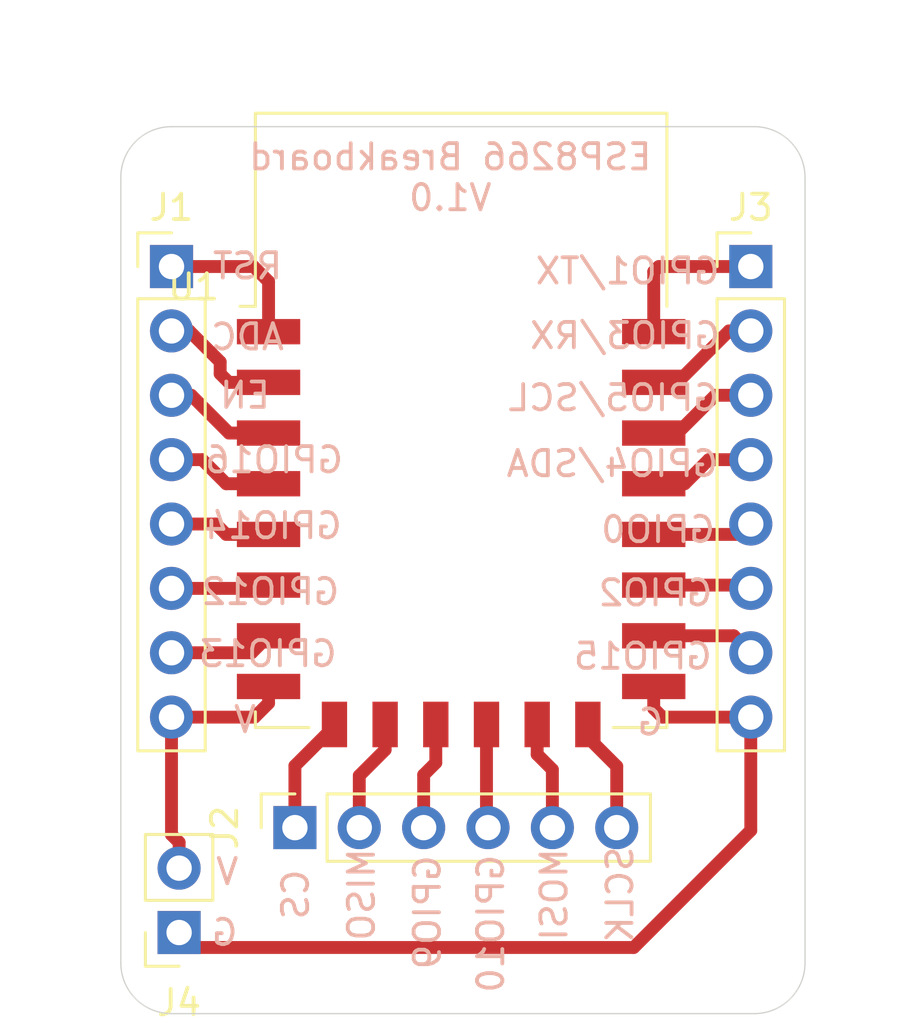
<source format=kicad_pcb>
(kicad_pcb (version 20171130) (host pcbnew "(5.1.6-0)")

  (general
    (thickness 1.6)
    (drawings 35)
    (tracks 69)
    (zones 0)
    (modules 5)
    (nets 23)
  )

  (page A4)
  (layers
    (0 F.Cu signal)
    (31 B.Cu signal)
    (32 B.Adhes user)
    (33 F.Adhes user)
    (34 B.Paste user)
    (35 F.Paste user)
    (36 B.SilkS user)
    (37 F.SilkS user)
    (38 B.Mask user)
    (39 F.Mask user)
    (40 Dwgs.User user)
    (41 Cmts.User user)
    (42 Eco1.User user)
    (43 Eco2.User user)
    (44 Edge.Cuts user)
    (45 Margin user)
    (46 B.CrtYd user)
    (47 F.CrtYd user)
    (48 B.Fab user)
    (49 F.Fab user)
  )

  (setup
    (last_trace_width 0.25)
    (user_trace_width 0.508)
    (trace_clearance 0.2)
    (zone_clearance 0.508)
    (zone_45_only no)
    (trace_min 0.2)
    (via_size 0.8)
    (via_drill 0.4)
    (via_min_size 0.4)
    (via_min_drill 0.3)
    (uvia_size 0.3)
    (uvia_drill 0.1)
    (uvias_allowed no)
    (uvia_min_size 0.2)
    (uvia_min_drill 0.1)
    (edge_width 0.05)
    (segment_width 0.2)
    (pcb_text_width 0.3)
    (pcb_text_size 1.5 1.5)
    (mod_edge_width 0.12)
    (mod_text_size 1 1)
    (mod_text_width 0.15)
    (pad_size 1.524 1.524)
    (pad_drill 0.762)
    (pad_to_mask_clearance 0.05)
    (aux_axis_origin 0 0)
    (visible_elements FFFFFF7F)
    (pcbplotparams
      (layerselection 0x010fc_ffffffff)
      (usegerberextensions false)
      (usegerberattributes true)
      (usegerberadvancedattributes true)
      (creategerberjobfile true)
      (excludeedgelayer true)
      (linewidth 0.100000)
      (plotframeref false)
      (viasonmask false)
      (mode 1)
      (useauxorigin false)
      (hpglpennumber 1)
      (hpglpenspeed 20)
      (hpglpendiameter 15.000000)
      (psnegative false)
      (psa4output false)
      (plotreference true)
      (plotvalue true)
      (plotinvisibletext false)
      (padsonsilk false)
      (subtractmaskfromsilk false)
      (outputformat 1)
      (mirror false)
      (drillshape 0)
      (scaleselection 1)
      (outputdirectory "gerber/"))
  )

  (net 0 "")
  (net 1 VCC)
  (net 2 GND)
  (net 3 RX)
  (net 4 TX)
  (net 5 IO5)
  (net 6 IO4)
  (net 7 IO0)
  (net 8 IO2)
  (net 9 IO15)
  (net 10 IO10)
  (net 11 IO9)
  (net 12 IO13)
  (net 13 IO12)
  (net 14 IO14)
  (net 15 IO16)
  (net 16 EN)
  (net 17 ADC)
  (net 18 RST)
  (net 19 SCLK)
  (net 20 MOSI)
  (net 21 MISO)
  (net 22 CS)

  (net_class Default "This is the default net class."
    (clearance 0.2)
    (trace_width 0.25)
    (via_dia 0.8)
    (via_drill 0.4)
    (uvia_dia 0.3)
    (uvia_drill 0.1)
    (add_net ADC)
    (add_net CS)
    (add_net EN)
    (add_net GND)
    (add_net IO0)
    (add_net IO10)
    (add_net IO12)
    (add_net IO13)
    (add_net IO14)
    (add_net IO15)
    (add_net IO16)
    (add_net IO2)
    (add_net IO4)
    (add_net IO5)
    (add_net IO9)
    (add_net MISO)
    (add_net MOSI)
    (add_net RST)
    (add_net RX)
    (add_net SCLK)
    (add_net TX)
    (add_net VCC)
  )

  (module Connector_PinSocket_2.54mm:PinSocket_1x02_P2.54mm_Vertical (layer F.Cu) (tedit 5A19A420) (tstamp 5FAA0BE5)
    (at 0.3 62.8 180)
    (descr "Through hole straight socket strip, 1x02, 2.54mm pitch, single row (from Kicad 4.0.7), script generated")
    (tags "Through hole socket strip THT 1x02 2.54mm single row")
    (path /600300E9)
    (fp_text reference J4 (at 0 -2.77) (layer F.SilkS)
      (effects (font (size 1 1) (thickness 0.15)))
    )
    (fp_text value Conn_01x02_Male (at 0 5.31) (layer F.Fab)
      (effects (font (size 1 1) (thickness 0.15)))
    )
    (fp_line (start -1.27 -1.27) (end 0.635 -1.27) (layer F.Fab) (width 0.1))
    (fp_line (start 0.635 -1.27) (end 1.27 -0.635) (layer F.Fab) (width 0.1))
    (fp_line (start 1.27 -0.635) (end 1.27 3.81) (layer F.Fab) (width 0.1))
    (fp_line (start 1.27 3.81) (end -1.27 3.81) (layer F.Fab) (width 0.1))
    (fp_line (start -1.27 3.81) (end -1.27 -1.27) (layer F.Fab) (width 0.1))
    (fp_line (start -1.33 1.27) (end 1.33 1.27) (layer F.SilkS) (width 0.12))
    (fp_line (start -1.33 1.27) (end -1.33 3.87) (layer F.SilkS) (width 0.12))
    (fp_line (start -1.33 3.87) (end 1.33 3.87) (layer F.SilkS) (width 0.12))
    (fp_line (start 1.33 1.27) (end 1.33 3.87) (layer F.SilkS) (width 0.12))
    (fp_line (start 1.33 -1.33) (end 1.33 0) (layer F.SilkS) (width 0.12))
    (fp_line (start 0 -1.33) (end 1.33 -1.33) (layer F.SilkS) (width 0.12))
    (fp_line (start -1.8 -1.8) (end 1.75 -1.8) (layer F.CrtYd) (width 0.05))
    (fp_line (start 1.75 -1.8) (end 1.75 4.3) (layer F.CrtYd) (width 0.05))
    (fp_line (start 1.75 4.3) (end -1.8 4.3) (layer F.CrtYd) (width 0.05))
    (fp_line (start -1.8 4.3) (end -1.8 -1.8) (layer F.CrtYd) (width 0.05))
    (fp_text user %R (at 0 1.27 90) (layer F.Fab)
      (effects (font (size 1 1) (thickness 0.15)))
    )
    (pad 2 thru_hole oval (at 0 2.54 180) (size 1.7 1.7) (drill 1) (layers *.Cu *.Mask)
      (net 1 VCC))
    (pad 1 thru_hole rect (at 0 0 180) (size 1.7 1.7) (drill 1) (layers *.Cu *.Mask)
      (net 2 GND))
    (model ${KISYS3DMOD}/Connector_PinSocket_2.54mm.3dshapes/PinSocket_1x02_P2.54mm_Vertical.wrl
      (at (xyz 0 0 0))
      (scale (xyz 1 1 1))
      (rotate (xyz 0 0 0))
    )
  )

  (module Connector_PinSocket_2.54mm:PinSocket_1x06_P2.54mm_Vertical (layer F.Cu) (tedit 5A19A430) (tstamp 5FAA0829)
    (at 4.87 58.66 90)
    (descr "Through hole straight socket strip, 1x06, 2.54mm pitch, single row (from Kicad 4.0.7), script generated")
    (tags "Through hole socket strip THT 1x06 2.54mm single row")
    (path /60022B5D)
    (fp_text reference J2 (at 0 -2.77 90) (layer F.SilkS)
      (effects (font (size 1 1) (thickness 0.15)))
    )
    (fp_text value Conn_01x06_Male (at 0 15.47 90) (layer F.Fab)
      (effects (font (size 1 1) (thickness 0.15)))
    )
    (fp_line (start -1.27 -1.27) (end 0.635 -1.27) (layer F.Fab) (width 0.1))
    (fp_line (start 0.635 -1.27) (end 1.27 -0.635) (layer F.Fab) (width 0.1))
    (fp_line (start 1.27 -0.635) (end 1.27 13.97) (layer F.Fab) (width 0.1))
    (fp_line (start 1.27 13.97) (end -1.27 13.97) (layer F.Fab) (width 0.1))
    (fp_line (start -1.27 13.97) (end -1.27 -1.27) (layer F.Fab) (width 0.1))
    (fp_line (start -1.33 1.27) (end 1.33 1.27) (layer F.SilkS) (width 0.12))
    (fp_line (start -1.33 1.27) (end -1.33 14.03) (layer F.SilkS) (width 0.12))
    (fp_line (start -1.33 14.03) (end 1.33 14.03) (layer F.SilkS) (width 0.12))
    (fp_line (start 1.33 1.27) (end 1.33 14.03) (layer F.SilkS) (width 0.12))
    (fp_line (start 1.33 -1.33) (end 1.33 0) (layer F.SilkS) (width 0.12))
    (fp_line (start 0 -1.33) (end 1.33 -1.33) (layer F.SilkS) (width 0.12))
    (fp_line (start -1.8 -1.8) (end 1.75 -1.8) (layer F.CrtYd) (width 0.05))
    (fp_line (start 1.75 -1.8) (end 1.75 14.45) (layer F.CrtYd) (width 0.05))
    (fp_line (start 1.75 14.45) (end -1.8 14.45) (layer F.CrtYd) (width 0.05))
    (fp_line (start -1.8 14.45) (end -1.8 -1.8) (layer F.CrtYd) (width 0.05))
    (fp_text user %R (at 0 6.35) (layer F.Fab)
      (effects (font (size 1 1) (thickness 0.15)))
    )
    (pad 6 thru_hole oval (at 0 12.7 90) (size 1.7 1.7) (drill 1) (layers *.Cu *.Mask)
      (net 19 SCLK))
    (pad 5 thru_hole oval (at 0 10.16 90) (size 1.7 1.7) (drill 1) (layers *.Cu *.Mask)
      (net 20 MOSI))
    (pad 4 thru_hole oval (at 0 7.62 90) (size 1.7 1.7) (drill 1) (layers *.Cu *.Mask)
      (net 10 IO10))
    (pad 3 thru_hole oval (at 0 5.08 90) (size 1.7 1.7) (drill 1) (layers *.Cu *.Mask)
      (net 11 IO9))
    (pad 2 thru_hole oval (at 0 2.54 90) (size 1.7 1.7) (drill 1) (layers *.Cu *.Mask)
      (net 21 MISO))
    (pad 1 thru_hole rect (at 0 0 90) (size 1.7 1.7) (drill 1) (layers *.Cu *.Mask)
      (net 22 CS))
    (model ${KISYS3DMOD}/Connector_PinSocket_2.54mm.3dshapes/PinSocket_1x06_P2.54mm_Vertical.wrl
      (at (xyz 0 0 0))
      (scale (xyz 1 1 1))
      (rotate (xyz 0 0 0))
    )
  )

  (module RF_Module:ESP-12E (layer F.Cu) (tedit 5A030172) (tstamp 5FAA00E3)
    (at 11.43 42.59)
    (descr "Wi-Fi Module, http://wiki.ai-thinker.com/_media/esp8266/docs/aithinker_esp_12f_datasheet_en.pdf")
    (tags "Wi-Fi Module")
    (path /6001299A)
    (attr smd)
    (fp_text reference U1 (at -10.56 -5.26) (layer F.SilkS)
      (effects (font (size 1 1) (thickness 0.15)))
    )
    (fp_text value ESP8266-12E_ESP-12E (at -0.06 -12.78) (layer F.Fab)
      (effects (font (size 1 1) (thickness 0.15)))
    )
    (fp_line (start -8 -12) (end 8 -12) (layer F.Fab) (width 0.12))
    (fp_line (start 8 -12) (end 8 12) (layer F.Fab) (width 0.12))
    (fp_line (start 8 12) (end -8 12) (layer F.Fab) (width 0.12))
    (fp_line (start -8 12) (end -8 -3) (layer F.Fab) (width 0.12))
    (fp_line (start -8 -3) (end -7.5 -3.5) (layer F.Fab) (width 0.12))
    (fp_line (start -7.5 -3.5) (end -8 -4) (layer F.Fab) (width 0.12))
    (fp_line (start -8 -4) (end -8 -12) (layer F.Fab) (width 0.12))
    (fp_line (start -9.05 -12.2) (end 9.05 -12.2) (layer F.CrtYd) (width 0.05))
    (fp_line (start 9.05 -12.2) (end 9.05 13.1) (layer F.CrtYd) (width 0.05))
    (fp_line (start 9.05 13.1) (end -9.05 13.1) (layer F.CrtYd) (width 0.05))
    (fp_line (start -9.05 13.1) (end -9.05 -12.2) (layer F.CrtYd) (width 0.05))
    (fp_line (start -8.12 -12.12) (end 8.12 -12.12) (layer F.SilkS) (width 0.12))
    (fp_line (start 8.12 -12.12) (end 8.12 -4.5) (layer F.SilkS) (width 0.12))
    (fp_line (start 8.12 11.5) (end 8.12 12.12) (layer F.SilkS) (width 0.12))
    (fp_line (start 8.12 12.12) (end 6 12.12) (layer F.SilkS) (width 0.12))
    (fp_line (start -6 12.12) (end -8.12 12.12) (layer F.SilkS) (width 0.12))
    (fp_line (start -8.12 12.12) (end -8.12 11.5) (layer F.SilkS) (width 0.12))
    (fp_line (start -8.12 -4.5) (end -8.12 -12.12) (layer F.SilkS) (width 0.12))
    (fp_line (start -8.12 -4.5) (end -8.73 -4.5) (layer F.SilkS) (width 0.12))
    (fp_line (start -8.12 -12.12) (end 8.12 -12.12) (layer Dwgs.User) (width 0.12))
    (fp_line (start 8.12 -12.12) (end 8.12 -4.8) (layer Dwgs.User) (width 0.12))
    (fp_line (start 8.12 -4.8) (end -8.12 -4.8) (layer Dwgs.User) (width 0.12))
    (fp_line (start -8.12 -4.8) (end -8.12 -12.12) (layer Dwgs.User) (width 0.12))
    (fp_line (start -8.12 -9.12) (end -5.12 -12.12) (layer Dwgs.User) (width 0.12))
    (fp_line (start -8.12 -6.12) (end -2.12 -12.12) (layer Dwgs.User) (width 0.12))
    (fp_line (start -6.44 -4.8) (end 0.88 -12.12) (layer Dwgs.User) (width 0.12))
    (fp_line (start -3.44 -4.8) (end 3.88 -12.12) (layer Dwgs.User) (width 0.12))
    (fp_line (start -0.44 -4.8) (end 6.88 -12.12) (layer Dwgs.User) (width 0.12))
    (fp_line (start 2.56 -4.8) (end 8.12 -10.36) (layer Dwgs.User) (width 0.12))
    (fp_line (start 5.56 -4.8) (end 8.12 -7.36) (layer Dwgs.User) (width 0.12))
    (fp_text user %R (at 0.49 -0.8) (layer F.Fab)
      (effects (font (size 1 1) (thickness 0.15)))
    )
    (fp_text user "KEEP-OUT ZONE" (at 0.03 -9.55 180) (layer Cmts.User)
      (effects (font (size 1 1) (thickness 0.15)))
    )
    (fp_text user Antenna (at -0.06 -7 180) (layer Cmts.User)
      (effects (font (size 1 1) (thickness 0.15)))
    )
    (pad 22 smd rect (at 7.6 -3.5) (size 2.5 1) (layers F.Cu F.Paste F.Mask)
      (net 4 TX))
    (pad 21 smd rect (at 7.6 -1.5) (size 2.5 1) (layers F.Cu F.Paste F.Mask)
      (net 3 RX))
    (pad 20 smd rect (at 7.6 0.5) (size 2.5 1) (layers F.Cu F.Paste F.Mask)
      (net 5 IO5))
    (pad 19 smd rect (at 7.6 2.5) (size 2.5 1) (layers F.Cu F.Paste F.Mask)
      (net 6 IO4))
    (pad 18 smd rect (at 7.6 4.5) (size 2.5 1) (layers F.Cu F.Paste F.Mask)
      (net 7 IO0))
    (pad 17 smd rect (at 7.6 6.5) (size 2.5 1) (layers F.Cu F.Paste F.Mask)
      (net 8 IO2))
    (pad 16 smd rect (at 7.6 8.5) (size 2.5 1) (layers F.Cu F.Paste F.Mask)
      (net 9 IO15))
    (pad 15 smd rect (at 7.6 10.5) (size 2.5 1) (layers F.Cu F.Paste F.Mask)
      (net 2 GND))
    (pad 14 smd rect (at 5 12) (size 1 1.8) (layers F.Cu F.Paste F.Mask)
      (net 19 SCLK))
    (pad 13 smd rect (at 3 12) (size 1 1.8) (layers F.Cu F.Paste F.Mask)
      (net 20 MOSI))
    (pad 12 smd rect (at 1 12) (size 1 1.8) (layers F.Cu F.Paste F.Mask)
      (net 10 IO10))
    (pad 11 smd rect (at -1 12) (size 1 1.8) (layers F.Cu F.Paste F.Mask)
      (net 11 IO9))
    (pad 10 smd rect (at -3 12) (size 1 1.8) (layers F.Cu F.Paste F.Mask)
      (net 21 MISO))
    (pad 9 smd rect (at -5 12) (size 1 1.8) (layers F.Cu F.Paste F.Mask)
      (net 22 CS))
    (pad 8 smd rect (at -7.6 10.5) (size 2.5 1) (layers F.Cu F.Paste F.Mask)
      (net 1 VCC))
    (pad 7 smd rect (at -7.6 8.5) (size 2.5 1) (layers F.Cu F.Paste F.Mask)
      (net 12 IO13))
    (pad 6 smd rect (at -7.6 6.5) (size 2.5 1) (layers F.Cu F.Paste F.Mask)
      (net 13 IO12))
    (pad 5 smd rect (at -7.6 4.5) (size 2.5 1) (layers F.Cu F.Paste F.Mask)
      (net 14 IO14))
    (pad 4 smd rect (at -7.6 2.5) (size 2.5 1) (layers F.Cu F.Paste F.Mask)
      (net 15 IO16))
    (pad 3 smd rect (at -7.6 0.5) (size 2.5 1) (layers F.Cu F.Paste F.Mask)
      (net 16 EN))
    (pad 2 smd rect (at -7.6 -1.5) (size 2.5 1) (layers F.Cu F.Paste F.Mask)
      (net 17 ADC))
    (pad 1 smd rect (at -7.6 -3.5) (size 2.5 1) (layers F.Cu F.Paste F.Mask)
      (net 18 RST))
    (model ${KISYS3DMOD}/RF_Module.3dshapes/ESP-12E.wrl
      (at (xyz 0 0 0))
      (scale (xyz 1 1 1))
      (rotate (xyz 0 0 0))
    )
  )

  (module Connector_PinHeader_2.54mm:PinHeader_1x08_P2.54mm_Vertical (layer F.Cu) (tedit 59FED5CC) (tstamp 5FDEE189)
    (at 22.86 36.52)
    (descr "Through hole straight pin header, 1x08, 2.54mm pitch, single row")
    (tags "Through hole pin header THT 1x08 2.54mm single row")
    (path /60007E42)
    (fp_text reference J3 (at 0 -2.33) (layer F.SilkS)
      (effects (font (size 1 1) (thickness 0.15)))
    )
    (fp_text value Conn_01x08_Male (at 0 20.11) (layer F.Fab)
      (effects (font (size 1 1) (thickness 0.15)))
    )
    (fp_line (start 1.8 -1.8) (end -1.8 -1.8) (layer F.CrtYd) (width 0.05))
    (fp_line (start 1.8 19.55) (end 1.8 -1.8) (layer F.CrtYd) (width 0.05))
    (fp_line (start -1.8 19.55) (end 1.8 19.55) (layer F.CrtYd) (width 0.05))
    (fp_line (start -1.8 -1.8) (end -1.8 19.55) (layer F.CrtYd) (width 0.05))
    (fp_line (start -1.33 -1.33) (end 0 -1.33) (layer F.SilkS) (width 0.12))
    (fp_line (start -1.33 0) (end -1.33 -1.33) (layer F.SilkS) (width 0.12))
    (fp_line (start -1.33 1.27) (end 1.33 1.27) (layer F.SilkS) (width 0.12))
    (fp_line (start 1.33 1.27) (end 1.33 19.11) (layer F.SilkS) (width 0.12))
    (fp_line (start -1.33 1.27) (end -1.33 19.11) (layer F.SilkS) (width 0.12))
    (fp_line (start -1.33 19.11) (end 1.33 19.11) (layer F.SilkS) (width 0.12))
    (fp_line (start -1.27 -0.635) (end -0.635 -1.27) (layer F.Fab) (width 0.1))
    (fp_line (start -1.27 19.05) (end -1.27 -0.635) (layer F.Fab) (width 0.1))
    (fp_line (start 1.27 19.05) (end -1.27 19.05) (layer F.Fab) (width 0.1))
    (fp_line (start 1.27 -1.27) (end 1.27 19.05) (layer F.Fab) (width 0.1))
    (fp_line (start -0.635 -1.27) (end 1.27 -1.27) (layer F.Fab) (width 0.1))
    (fp_text user %R (at 0 8.89 90) (layer F.Fab)
      (effects (font (size 1 1) (thickness 0.15)))
    )
    (pad 8 thru_hole oval (at 0 17.78) (size 1.7 1.7) (drill 1) (layers *.Cu *.Mask)
      (net 2 GND))
    (pad 7 thru_hole oval (at 0 15.24) (size 1.7 1.7) (drill 1) (layers *.Cu *.Mask)
      (net 9 IO15))
    (pad 6 thru_hole oval (at 0 12.7) (size 1.7 1.7) (drill 1) (layers *.Cu *.Mask)
      (net 8 IO2))
    (pad 5 thru_hole oval (at 0 10.16) (size 1.7 1.7) (drill 1) (layers *.Cu *.Mask)
      (net 7 IO0))
    (pad 4 thru_hole oval (at 0 7.62) (size 1.7 1.7) (drill 1) (layers *.Cu *.Mask)
      (net 6 IO4))
    (pad 3 thru_hole oval (at 0 5.08) (size 1.7 1.7) (drill 1) (layers *.Cu *.Mask)
      (net 5 IO5))
    (pad 2 thru_hole oval (at 0 2.54) (size 1.7 1.7) (drill 1) (layers *.Cu *.Mask)
      (net 3 RX))
    (pad 1 thru_hole rect (at 0 0) (size 1.7 1.7) (drill 1) (layers *.Cu *.Mask)
      (net 4 TX))
    (model ${KISYS3DMOD}/Connector_PinHeader_2.54mm.3dshapes/PinHeader_1x08_P2.54mm_Vertical.wrl
      (at (xyz 0 0 0))
      (scale (xyz 1 1 1))
      (rotate (xyz 0 0 0))
    )
  )

  (module Connector_PinHeader_2.54mm:PinHeader_1x08_P2.54mm_Vertical (layer F.Cu) (tedit 59FED5CC) (tstamp 5FA9B290)
    (at 0 36.52)
    (descr "Through hole straight pin header, 1x08, 2.54mm pitch, single row")
    (tags "Through hole pin header THT 1x08 2.54mm single row")
    (path /60008B25)
    (fp_text reference J1 (at 0 -2.33) (layer F.SilkS)
      (effects (font (size 1 1) (thickness 0.15)))
    )
    (fp_text value Conn_01x08_Male (at 0 20.11) (layer F.Fab)
      (effects (font (size 1 1) (thickness 0.15)))
    )
    (fp_line (start 1.8 -1.8) (end -1.8 -1.8) (layer F.CrtYd) (width 0.05))
    (fp_line (start 1.8 19.55) (end 1.8 -1.8) (layer F.CrtYd) (width 0.05))
    (fp_line (start -1.8 19.55) (end 1.8 19.55) (layer F.CrtYd) (width 0.05))
    (fp_line (start -1.8 -1.8) (end -1.8 19.55) (layer F.CrtYd) (width 0.05))
    (fp_line (start -1.33 -1.33) (end 0 -1.33) (layer F.SilkS) (width 0.12))
    (fp_line (start -1.33 0) (end -1.33 -1.33) (layer F.SilkS) (width 0.12))
    (fp_line (start -1.33 1.27) (end 1.33 1.27) (layer F.SilkS) (width 0.12))
    (fp_line (start 1.33 1.27) (end 1.33 19.11) (layer F.SilkS) (width 0.12))
    (fp_line (start -1.33 1.27) (end -1.33 19.11) (layer F.SilkS) (width 0.12))
    (fp_line (start -1.33 19.11) (end 1.33 19.11) (layer F.SilkS) (width 0.12))
    (fp_line (start -1.27 -0.635) (end -0.635 -1.27) (layer F.Fab) (width 0.1))
    (fp_line (start -1.27 19.05) (end -1.27 -0.635) (layer F.Fab) (width 0.1))
    (fp_line (start 1.27 19.05) (end -1.27 19.05) (layer F.Fab) (width 0.1))
    (fp_line (start 1.27 -1.27) (end 1.27 19.05) (layer F.Fab) (width 0.1))
    (fp_line (start -0.635 -1.27) (end 1.27 -1.27) (layer F.Fab) (width 0.1))
    (fp_text user %R (at 0 8.89 90) (layer F.Fab)
      (effects (font (size 1 1) (thickness 0.15)))
    )
    (pad 8 thru_hole oval (at 0 17.78) (size 1.7 1.7) (drill 1) (layers *.Cu *.Mask)
      (net 1 VCC))
    (pad 7 thru_hole oval (at 0 15.24) (size 1.7 1.7) (drill 1) (layers *.Cu *.Mask)
      (net 12 IO13))
    (pad 6 thru_hole oval (at 0 12.7) (size 1.7 1.7) (drill 1) (layers *.Cu *.Mask)
      (net 13 IO12))
    (pad 5 thru_hole oval (at 0 10.16) (size 1.7 1.7) (drill 1) (layers *.Cu *.Mask)
      (net 14 IO14))
    (pad 4 thru_hole oval (at 0 7.62) (size 1.7 1.7) (drill 1) (layers *.Cu *.Mask)
      (net 15 IO16))
    (pad 3 thru_hole oval (at 0 5.08) (size 1.7 1.7) (drill 1) (layers *.Cu *.Mask)
      (net 16 EN))
    (pad 2 thru_hole oval (at 0 2.54) (size 1.7 1.7) (drill 1) (layers *.Cu *.Mask)
      (net 17 ADC))
    (pad 1 thru_hole rect (at 0 0) (size 1.7 1.7) (drill 1) (layers *.Cu *.Mask)
      (net 18 RST))
    (model ${KISYS3DMOD}/Connector_PinHeader_2.54mm.3dshapes/PinHeader_1x08_P2.54mm_Vertical.wrl
      (at (xyz 0 0 0))
      (scale (xyz 1 1 1))
      (rotate (xyz 0 0 0))
    )
  )

  (dimension 35 (width 0.15) (layer Dwgs.User)
    (gr_text "35.000 mm" (at 28.3 48.5 270) (layer Dwgs.User)
      (effects (font (size 1 1) (thickness 0.15)))
    )
    (feature1 (pts (xy 26 66) (xy 27.586421 66)))
    (feature2 (pts (xy 26 31) (xy 27.586421 31)))
    (crossbar (pts (xy 27 31) (xy 27 66)))
    (arrow1a (pts (xy 27 66) (xy 26.413579 64.873496)))
    (arrow1b (pts (xy 27 66) (xy 27.586421 64.873496)))
    (arrow2a (pts (xy 27 31) (xy 26.413579 32.126504)))
    (arrow2b (pts (xy 27 31) (xy 27.586421 32.126504)))
  )
  (dimension 27 (width 0.15) (layer Dwgs.User)
    (gr_text "27.000 mm" (at 11.5 26.7) (layer Dwgs.User)
      (effects (font (size 1 1) (thickness 0.15)))
    )
    (feature1 (pts (xy -2 30) (xy -2 27.413579)))
    (feature2 (pts (xy 25 30) (xy 25 27.413579)))
    (crossbar (pts (xy 25 28) (xy -2 28)))
    (arrow1a (pts (xy -2 28) (xy -0.873496 27.413579)))
    (arrow1b (pts (xy -2 28) (xy -0.873496 28.586421)))
    (arrow2a (pts (xy 25 28) (xy 23.873496 27.413579)))
    (arrow2b (pts (xy 25 28) (xy 23.873496 28.586421)))
  )
  (gr_text "ESP8266 Breakboard\nV1.0" (at 11 33) (layer B.SilkS)
    (effects (font (size 1 1) (thickness 0.15)) (justify mirror))
  )
  (gr_line (start 25 64) (end 25 33) (layer Edge.Cuts) (width 0.05) (tstamp 5FE3750C))
  (gr_line (start 0 66) (end 23 66) (layer Edge.Cuts) (width 0.05) (tstamp 5FE37509))
  (gr_line (start -2 33) (end -2 64) (layer Edge.Cuts) (width 0.05) (tstamp 5FE37506))
  (gr_line (start 23 31) (end 0 31) (layer Edge.Cuts) (width 0.05) (tstamp 5FE37503))
  (gr_arc (start 23 64) (end 23 66) (angle -90) (layer Edge.Cuts) (width 0.05))
  (gr_arc (start 0 64) (end -2 64) (angle -90) (layer Edge.Cuts) (width 0.05))
  (gr_arc (start 23 33) (end 25 33) (angle -90) (layer Edge.Cuts) (width 0.05))
  (gr_arc (start 0 33) (end 0 31) (angle -90) (layer Edge.Cuts) (width 0.05))
  (gr_text SCLK (at 17.7 61.3 90) (layer B.SilkS) (tstamp 5FDEE1FC)
    (effects (font (size 1 1) (thickness 0.15)) (justify mirror))
  )
  (gr_text MOSI (at 15.1 61.3 90) (layer B.SilkS) (tstamp 5FDEE1F7)
    (effects (font (size 1 1) (thickness 0.15)) (justify mirror))
  )
  (gr_text GPIO10 (at 12.6 62.45 90) (layer B.SilkS) (tstamp 5FDEE1F4)
    (effects (font (size 1 1) (thickness 0.15)) (justify mirror))
  )
  (gr_text GPIO9 (at 10.1 62 90) (layer B.SilkS) (tstamp 5FDEE1F1)
    (effects (font (size 1 1) (thickness 0.15)) (justify mirror))
  )
  (gr_text MISO (at 7.5 61.3 90) (layer B.SilkS) (tstamp 5FDEE1EE)
    (effects (font (size 1 1) (thickness 0.15)) (justify mirror))
  )
  (gr_text CS (at 4.9 61.3 90) (layer B.SilkS) (tstamp 5FDEE1EA)
    (effects (font (size 1 1) (thickness 0.15)) (justify mirror))
  )
  (gr_text RST (at 3 36.5) (layer B.SilkS) (tstamp 5FDEE1E7)
    (effects (font (size 1 1) (thickness 0.15)) (justify mirror))
  )
  (gr_text ADC (at 3 39.3) (layer B.SilkS) (tstamp 5FDEE1E4)
    (effects (font (size 1 1) (thickness 0.15)) (justify mirror))
  )
  (gr_text EN (at 2.9 41.6) (layer B.SilkS) (tstamp 5FDEE1E1)
    (effects (font (size 1 1) (thickness 0.15)) (justify mirror))
  )
  (gr_text GPIO16 (at 4.05 44.15) (layer B.SilkS) (tstamp 5FDEE1DE)
    (effects (font (size 1 1) (thickness 0.15)) (justify mirror))
  )
  (gr_text GPIO14 (at 4 46.75) (layer B.SilkS) (tstamp 5FDEE1DA)
    (effects (font (size 1 1) (thickness 0.15)) (justify mirror))
  )
  (gr_text GPIO12 (at 3.9 49.35) (layer B.SilkS) (tstamp 5FDEE1D5)
    (effects (font (size 1 1) (thickness 0.15)) (justify mirror))
  )
  (gr_text GPIO13 (at 3.8 51.8) (layer B.SilkS) (tstamp 5FDEE1D2)
    (effects (font (size 1 1) (thickness 0.15)) (justify mirror))
  )
  (gr_text V (at 2.9 54.4) (layer B.SilkS) (tstamp 5FDEE1CF)
    (effects (font (size 1 1) (thickness 0.15)) (justify mirror))
  )
  (gr_text V (at 2.2 60.4) (layer B.SilkS) (tstamp 5FDEE1CC)
    (effects (font (size 1 1) (thickness 0.15)) (justify mirror))
  )
  (gr_text G (at 2.1 62.8) (layer B.SilkS) (tstamp 5FDEE1CA)
    (effects (font (size 1 1) (thickness 0.15)) (justify mirror))
  )
  (gr_text G (at 18.9 54.5) (layer B.SilkS) (tstamp 5FDEE14F)
    (effects (font (size 1 1) (thickness 0.15)) (justify mirror))
  )
  (gr_text GPIO15 (at 18.6 51.9) (layer B.SilkS) (tstamp 5FDEE14C)
    (effects (font (size 1 1) (thickness 0.15)) (justify mirror))
  )
  (gr_text GPIO2 (at 19.1 49.4) (layer B.SilkS) (tstamp 5FDEE149)
    (effects (font (size 1 1) (thickness 0.15)) (justify mirror))
  )
  (gr_text GPIO0 (at 19.2 46.9) (layer B.SilkS) (tstamp 5FDEE145)
    (effects (font (size 1 1) (thickness 0.15)) (justify mirror))
  )
  (gr_text GPIO4/SDA (at 17.4 44.3) (layer B.SilkS) (tstamp 5FDEE142)
    (effects (font (size 1 1) (thickness 0.15)) (justify mirror))
  )
  (gr_text GPIO5/SCL (at 17.45 41.7) (layer B.SilkS) (tstamp 5FDEE13E)
    (effects (font (size 1 1) (thickness 0.15)) (justify mirror))
  )
  (gr_text GPIO3/RX (at 17.9 39.25) (layer B.SilkS) (tstamp 5FDEE13A)
    (effects (font (size 1 1) (thickness 0.15)) (justify mirror))
  )
  (gr_text GPIO1/TX (at 18 36.7) (layer B.SilkS)
    (effects (font (size 1 1) (thickness 0.15)) (justify mirror))
  )

  (segment (start 0 54.3) (end 3.28 54.3) (width 0.508) (layer F.Cu) (net 1))
  (segment (start 3.83 53.75) (end 3.83 53.09) (width 0.508) (layer F.Cu) (net 1))
  (segment (start 3.28 54.3) (end 3.83 53.75) (width 0.508) (layer F.Cu) (net 1))
  (segment (start 0 54.3) (end 0 58.94) (width 0.508) (layer F.Cu) (net 1))
  (segment (start 0.3 59.24) (end 0 58.94) (width 0.508) (layer F.Cu) (net 1))
  (segment (start 0.3 60.26) (end 0.3 59.24) (width 0.508) (layer F.Cu) (net 1))
  (segment (start 19.03 53.09) (end 19.03 53.96) (width 0.508) (layer F.Cu) (net 2))
  (segment (start 19.37 54.3) (end 22.86 54.3) (width 0.508) (layer F.Cu) (net 2))
  (segment (start 19.03 53.96) (end 19.37 54.3) (width 0.508) (layer F.Cu) (net 2))
  (segment (start 18.24 63.39) (end 0.89 63.39) (width 0.508) (layer F.Cu) (net 2))
  (segment (start 0.89 63.39) (end 0.3 62.8) (width 0.508) (layer F.Cu) (net 2))
  (segment (start 22.86 58.77) (end 18.24 63.39) (width 0.508) (layer F.Cu) (net 2))
  (segment (start 22.86 54.3) (end 22.86 58.77) (width 0.508) (layer F.Cu) (net 2))
  (segment (start 19.03 41.09) (end 19.97 41.09) (width 0.508) (layer F.Cu) (net 3))
  (segment (start 22 39.06) (end 22.86 39.06) (width 0.508) (layer F.Cu) (net 3))
  (segment (start 19.97 41.09) (end 22 39.06) (width 0.508) (layer F.Cu) (net 3))
  (segment (start 19.23 36.52) (end 22.86 36.52) (width 0.508) (layer F.Cu) (net 4))
  (segment (start 19.03 36.72) (end 19.23 36.52) (width 0.508) (layer F.Cu) (net 4))
  (segment (start 19.03 39.09) (end 19.03 36.72) (width 0.508) (layer F.Cu) (net 4))
  (segment (start 19.03 43.09) (end 19.97 43.09) (width 0.508) (layer F.Cu) (net 5))
  (segment (start 21.46 41.6) (end 22.86 41.6) (width 0.508) (layer F.Cu) (net 5))
  (segment (start 19.97 43.09) (end 21.46 41.6) (width 0.508) (layer F.Cu) (net 5))
  (segment (start 19.03 45.09) (end 20.25 45.09) (width 0.508) (layer F.Cu) (net 6))
  (segment (start 21.2 44.14) (end 22.86 44.14) (width 0.508) (layer F.Cu) (net 6))
  (segment (start 20.25 45.09) (end 21.2 44.14) (width 0.508) (layer F.Cu) (net 6))
  (segment (start 22.45 47.09) (end 22.86 46.68) (width 0.508) (layer F.Cu) (net 7))
  (segment (start 19.03 47.09) (end 22.45 47.09) (width 0.508) (layer F.Cu) (net 7))
  (segment (start 22.73 49.09) (end 22.86 49.22) (width 0.508) (layer F.Cu) (net 8))
  (segment (start 19.03 49.09) (end 22.73 49.09) (width 0.508) (layer F.Cu) (net 8))
  (segment (start 22.19 51.09) (end 22.86 51.76) (width 0.508) (layer F.Cu) (net 9))
  (segment (start 19.03 51.09) (end 22.19 51.09) (width 0.508) (layer F.Cu) (net 9))
  (segment (start 12.43 58.6) (end 12.49 58.66) (width 0.508) (layer F.Cu) (net 10))
  (segment (start 12.43 54.59) (end 12.43 58.6) (width 0.508) (layer F.Cu) (net 10))
  (segment (start 10.43 54.59) (end 10.43 56.1) (width 0.508) (layer F.Cu) (net 11))
  (segment (start 9.95 56.58) (end 9.95 58.66) (width 0.508) (layer F.Cu) (net 11))
  (segment (start 10.43 56.1) (end 9.95 56.58) (width 0.508) (layer F.Cu) (net 11))
  (segment (start 3.16 51.76) (end 3.83 51.09) (width 0.508) (layer F.Cu) (net 12))
  (segment (start 0 51.76) (end 3.16 51.76) (width 0.508) (layer F.Cu) (net 12))
  (segment (start 3.7 49.22) (end 3.83 49.09) (width 0.508) (layer F.Cu) (net 13))
  (segment (start 0 49.22) (end 3.7 49.22) (width 0.508) (layer F.Cu) (net 13))
  (segment (start 0 46.68) (end 1.75 46.68) (width 0.508) (layer F.Cu) (net 14))
  (segment (start 2.16 47.09) (end 3.83 47.09) (width 0.508) (layer F.Cu) (net 14))
  (segment (start 1.75 46.68) (end 2.16 47.09) (width 0.508) (layer F.Cu) (net 14))
  (segment (start 0 44.14) (end 1.21 44.14) (width 0.508) (layer F.Cu) (net 15))
  (segment (start 2.16 45.09) (end 3.83 45.09) (width 0.508) (layer F.Cu) (net 15))
  (segment (start 1.21 44.14) (end 2.16 45.09) (width 0.508) (layer F.Cu) (net 15))
  (segment (start 0 41.6) (end 0.78 41.6) (width 0.508) (layer F.Cu) (net 16))
  (segment (start 2.27 43.09) (end 3.83 43.09) (width 0.508) (layer F.Cu) (net 16))
  (segment (start 0.78 41.6) (end 2.27 43.09) (width 0.508) (layer F.Cu) (net 16))
  (segment (start 0 39.06) (end 0.7 39.06) (width 0.508) (layer F.Cu) (net 17))
  (segment (start 0.7 39.06) (end 1.92 40.28) (width 0.508) (layer F.Cu) (net 17))
  (segment (start 1.92 40.28) (end 1.92 40.75) (width 0.508) (layer F.Cu) (net 17))
  (segment (start 2.26 41.09) (end 3.83 41.09) (width 0.508) (layer F.Cu) (net 17))
  (segment (start 1.92 40.75) (end 2.26 41.09) (width 0.508) (layer F.Cu) (net 17))
  (segment (start 3.83 39.09) (end 3.83 37.11) (width 0.508) (layer F.Cu) (net 18))
  (segment (start 3.24 36.52) (end 0 36.52) (width 0.508) (layer F.Cu) (net 18))
  (segment (start 3.83 37.11) (end 3.24 36.52) (width 0.508) (layer F.Cu) (net 18))
  (segment (start 16.43 54.59) (end 16.43 55.1) (width 0.508) (layer F.Cu) (net 19))
  (segment (start 17.57 56.24) (end 17.57 58.66) (width 0.508) (layer F.Cu) (net 19))
  (segment (start 16.43 55.1) (end 17.57 56.24) (width 0.508) (layer F.Cu) (net 19))
  (segment (start 14.43 54.59) (end 14.43 55.77) (width 0.508) (layer F.Cu) (net 20))
  (segment (start 15.03 56.37) (end 15.03 58.66) (width 0.508) (layer F.Cu) (net 20))
  (segment (start 14.43 55.77) (end 15.03 56.37) (width 0.508) (layer F.Cu) (net 20))
  (segment (start 8.43 54.59) (end 8.43 55.59) (width 0.508) (layer F.Cu) (net 21))
  (segment (start 7.41 56.61) (end 7.41 58.66) (width 0.508) (layer F.Cu) (net 21))
  (segment (start 8.43 55.59) (end 7.41 56.61) (width 0.508) (layer F.Cu) (net 21))
  (segment (start 6.43 54.59) (end 6.43 54.66) (width 0.508) (layer F.Cu) (net 22))
  (segment (start 4.87 56.22) (end 4.87 58.66) (width 0.508) (layer F.Cu) (net 22))
  (segment (start 6.43 54.66) (end 4.87 56.22) (width 0.508) (layer F.Cu) (net 22))

)

</source>
